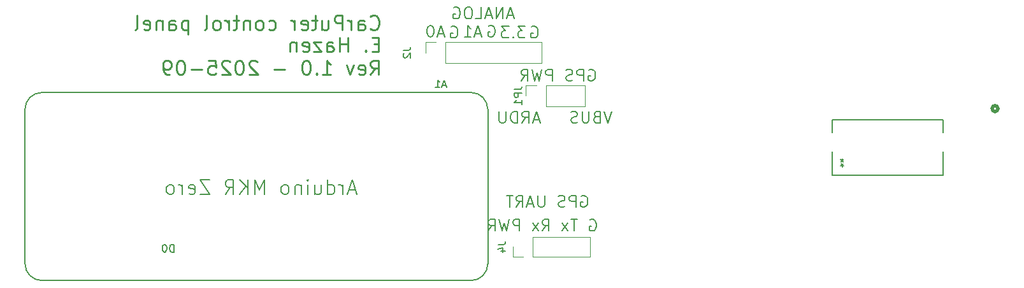
<source format=gbr>
%TF.GenerationSoftware,KiCad,Pcbnew,9.0.4-9.0.4-0~ubuntu24.04.1*%
%TF.CreationDate,2025-09-19T08:06:19-04:00*%
%TF.ProjectId,car-control,6361722d-636f-46e7-9472-6f6c2e6b6963,rev?*%
%TF.SameCoordinates,Original*%
%TF.FileFunction,Legend,Bot*%
%TF.FilePolarity,Positive*%
%FSLAX46Y46*%
G04 Gerber Fmt 4.6, Leading zero omitted, Abs format (unit mm)*
G04 Created by KiCad (PCBNEW 9.0.4-9.0.4-0~ubuntu24.04.1) date 2025-09-19 08:06:19*
%MOMM*%
%LPD*%
G01*
G04 APERTURE LIST*
%ADD10C,0.152400*%
%ADD11C,0.254000*%
%ADD12C,0.203200*%
%ADD13C,0.150000*%
%ADD14C,0.120000*%
%ADD15C,0.508000*%
G04 APERTURE END LIST*
D10*
X189365594Y-78110137D02*
X189510737Y-78037566D01*
X189510737Y-78037566D02*
X189728451Y-78037566D01*
X189728451Y-78037566D02*
X189946165Y-78110137D01*
X189946165Y-78110137D02*
X190091308Y-78255280D01*
X190091308Y-78255280D02*
X190163879Y-78400423D01*
X190163879Y-78400423D02*
X190236451Y-78690709D01*
X190236451Y-78690709D02*
X190236451Y-78908423D01*
X190236451Y-78908423D02*
X190163879Y-79198709D01*
X190163879Y-79198709D02*
X190091308Y-79343852D01*
X190091308Y-79343852D02*
X189946165Y-79488995D01*
X189946165Y-79488995D02*
X189728451Y-79561566D01*
X189728451Y-79561566D02*
X189583308Y-79561566D01*
X189583308Y-79561566D02*
X189365594Y-79488995D01*
X189365594Y-79488995D02*
X189293022Y-79416423D01*
X189293022Y-79416423D02*
X189293022Y-78908423D01*
X189293022Y-78908423D02*
X189583308Y-78908423D01*
X187696451Y-78037566D02*
X186825594Y-78037566D01*
X187261022Y-79561566D02*
X187261022Y-78037566D01*
X186462736Y-79561566D02*
X185664451Y-78545566D01*
X186462736Y-78545566D02*
X185664451Y-79561566D01*
X183051879Y-79561566D02*
X183559879Y-78835852D01*
X183922736Y-79561566D02*
X183922736Y-78037566D01*
X183922736Y-78037566D02*
X183342165Y-78037566D01*
X183342165Y-78037566D02*
X183197022Y-78110137D01*
X183197022Y-78110137D02*
X183124451Y-78182709D01*
X183124451Y-78182709D02*
X183051879Y-78327852D01*
X183051879Y-78327852D02*
X183051879Y-78545566D01*
X183051879Y-78545566D02*
X183124451Y-78690709D01*
X183124451Y-78690709D02*
X183197022Y-78763280D01*
X183197022Y-78763280D02*
X183342165Y-78835852D01*
X183342165Y-78835852D02*
X183922736Y-78835852D01*
X182543879Y-79561566D02*
X181745594Y-78545566D01*
X182543879Y-78545566D02*
X181745594Y-79561566D01*
X180003879Y-79561566D02*
X180003879Y-78037566D01*
X180003879Y-78037566D02*
X179423308Y-78037566D01*
X179423308Y-78037566D02*
X179278165Y-78110137D01*
X179278165Y-78110137D02*
X179205594Y-78182709D01*
X179205594Y-78182709D02*
X179133022Y-78327852D01*
X179133022Y-78327852D02*
X179133022Y-78545566D01*
X179133022Y-78545566D02*
X179205594Y-78690709D01*
X179205594Y-78690709D02*
X179278165Y-78763280D01*
X179278165Y-78763280D02*
X179423308Y-78835852D01*
X179423308Y-78835852D02*
X180003879Y-78835852D01*
X178625022Y-78037566D02*
X178262165Y-79561566D01*
X178262165Y-79561566D02*
X177971879Y-78472995D01*
X177971879Y-78472995D02*
X177681594Y-79561566D01*
X177681594Y-79561566D02*
X177318737Y-78037566D01*
X175867308Y-79561566D02*
X176375308Y-78835852D01*
X176738165Y-79561566D02*
X176738165Y-78037566D01*
X176738165Y-78037566D02*
X176157594Y-78037566D01*
X176157594Y-78037566D02*
X176012451Y-78110137D01*
X176012451Y-78110137D02*
X175939880Y-78182709D01*
X175939880Y-78182709D02*
X175867308Y-78327852D01*
X175867308Y-78327852D02*
X175867308Y-78545566D01*
X175867308Y-78545566D02*
X175939880Y-78690709D01*
X175939880Y-78690709D02*
X176012451Y-78763280D01*
X176012451Y-78763280D02*
X176157594Y-78835852D01*
X176157594Y-78835852D02*
X176738165Y-78835852D01*
X188222594Y-74935137D02*
X188367737Y-74862566D01*
X188367737Y-74862566D02*
X188585451Y-74862566D01*
X188585451Y-74862566D02*
X188803165Y-74935137D01*
X188803165Y-74935137D02*
X188948308Y-75080280D01*
X188948308Y-75080280D02*
X189020879Y-75225423D01*
X189020879Y-75225423D02*
X189093451Y-75515709D01*
X189093451Y-75515709D02*
X189093451Y-75733423D01*
X189093451Y-75733423D02*
X189020879Y-76023709D01*
X189020879Y-76023709D02*
X188948308Y-76168852D01*
X188948308Y-76168852D02*
X188803165Y-76313995D01*
X188803165Y-76313995D02*
X188585451Y-76386566D01*
X188585451Y-76386566D02*
X188440308Y-76386566D01*
X188440308Y-76386566D02*
X188222594Y-76313995D01*
X188222594Y-76313995D02*
X188150022Y-76241423D01*
X188150022Y-76241423D02*
X188150022Y-75733423D01*
X188150022Y-75733423D02*
X188440308Y-75733423D01*
X187496879Y-76386566D02*
X187496879Y-74862566D01*
X187496879Y-74862566D02*
X186916308Y-74862566D01*
X186916308Y-74862566D02*
X186771165Y-74935137D01*
X186771165Y-74935137D02*
X186698594Y-75007709D01*
X186698594Y-75007709D02*
X186626022Y-75152852D01*
X186626022Y-75152852D02*
X186626022Y-75370566D01*
X186626022Y-75370566D02*
X186698594Y-75515709D01*
X186698594Y-75515709D02*
X186771165Y-75588280D01*
X186771165Y-75588280D02*
X186916308Y-75660852D01*
X186916308Y-75660852D02*
X187496879Y-75660852D01*
X186045451Y-76313995D02*
X185827737Y-76386566D01*
X185827737Y-76386566D02*
X185464879Y-76386566D01*
X185464879Y-76386566D02*
X185319737Y-76313995D01*
X185319737Y-76313995D02*
X185247165Y-76241423D01*
X185247165Y-76241423D02*
X185174594Y-76096280D01*
X185174594Y-76096280D02*
X185174594Y-75951137D01*
X185174594Y-75951137D02*
X185247165Y-75805995D01*
X185247165Y-75805995D02*
X185319737Y-75733423D01*
X185319737Y-75733423D02*
X185464879Y-75660852D01*
X185464879Y-75660852D02*
X185755165Y-75588280D01*
X185755165Y-75588280D02*
X185900308Y-75515709D01*
X185900308Y-75515709D02*
X185972879Y-75443137D01*
X185972879Y-75443137D02*
X186045451Y-75297995D01*
X186045451Y-75297995D02*
X186045451Y-75152852D01*
X186045451Y-75152852D02*
X185972879Y-75007709D01*
X185972879Y-75007709D02*
X185900308Y-74935137D01*
X185900308Y-74935137D02*
X185755165Y-74862566D01*
X185755165Y-74862566D02*
X185392308Y-74862566D01*
X185392308Y-74862566D02*
X185174594Y-74935137D01*
X183360307Y-74862566D02*
X183360307Y-76096280D01*
X183360307Y-76096280D02*
X183287736Y-76241423D01*
X183287736Y-76241423D02*
X183215165Y-76313995D01*
X183215165Y-76313995D02*
X183070022Y-76386566D01*
X183070022Y-76386566D02*
X182779736Y-76386566D01*
X182779736Y-76386566D02*
X182634593Y-76313995D01*
X182634593Y-76313995D02*
X182562022Y-76241423D01*
X182562022Y-76241423D02*
X182489450Y-76096280D01*
X182489450Y-76096280D02*
X182489450Y-74862566D01*
X181836308Y-75951137D02*
X181110594Y-75951137D01*
X181981451Y-76386566D02*
X181473451Y-74862566D01*
X181473451Y-74862566D02*
X180965451Y-76386566D01*
X179586593Y-76386566D02*
X180094593Y-75660852D01*
X180457450Y-76386566D02*
X180457450Y-74862566D01*
X180457450Y-74862566D02*
X179876879Y-74862566D01*
X179876879Y-74862566D02*
X179731736Y-74935137D01*
X179731736Y-74935137D02*
X179659165Y-75007709D01*
X179659165Y-75007709D02*
X179586593Y-75152852D01*
X179586593Y-75152852D02*
X179586593Y-75370566D01*
X179586593Y-75370566D02*
X179659165Y-75515709D01*
X179659165Y-75515709D02*
X179731736Y-75588280D01*
X179731736Y-75588280D02*
X179876879Y-75660852D01*
X179876879Y-75660852D02*
X180457450Y-75660852D01*
X179151165Y-74862566D02*
X178280308Y-74862566D01*
X178715736Y-76386566D02*
X178715736Y-74862566D01*
X189238594Y-58171137D02*
X189383737Y-58098566D01*
X189383737Y-58098566D02*
X189601451Y-58098566D01*
X189601451Y-58098566D02*
X189819165Y-58171137D01*
X189819165Y-58171137D02*
X189964308Y-58316280D01*
X189964308Y-58316280D02*
X190036879Y-58461423D01*
X190036879Y-58461423D02*
X190109451Y-58751709D01*
X190109451Y-58751709D02*
X190109451Y-58969423D01*
X190109451Y-58969423D02*
X190036879Y-59259709D01*
X190036879Y-59259709D02*
X189964308Y-59404852D01*
X189964308Y-59404852D02*
X189819165Y-59549995D01*
X189819165Y-59549995D02*
X189601451Y-59622566D01*
X189601451Y-59622566D02*
X189456308Y-59622566D01*
X189456308Y-59622566D02*
X189238594Y-59549995D01*
X189238594Y-59549995D02*
X189166022Y-59477423D01*
X189166022Y-59477423D02*
X189166022Y-58969423D01*
X189166022Y-58969423D02*
X189456308Y-58969423D01*
X188512879Y-59622566D02*
X188512879Y-58098566D01*
X188512879Y-58098566D02*
X187932308Y-58098566D01*
X187932308Y-58098566D02*
X187787165Y-58171137D01*
X187787165Y-58171137D02*
X187714594Y-58243709D01*
X187714594Y-58243709D02*
X187642022Y-58388852D01*
X187642022Y-58388852D02*
X187642022Y-58606566D01*
X187642022Y-58606566D02*
X187714594Y-58751709D01*
X187714594Y-58751709D02*
X187787165Y-58824280D01*
X187787165Y-58824280D02*
X187932308Y-58896852D01*
X187932308Y-58896852D02*
X188512879Y-58896852D01*
X187061451Y-59549995D02*
X186843737Y-59622566D01*
X186843737Y-59622566D02*
X186480879Y-59622566D01*
X186480879Y-59622566D02*
X186335737Y-59549995D01*
X186335737Y-59549995D02*
X186263165Y-59477423D01*
X186263165Y-59477423D02*
X186190594Y-59332280D01*
X186190594Y-59332280D02*
X186190594Y-59187137D01*
X186190594Y-59187137D02*
X186263165Y-59041995D01*
X186263165Y-59041995D02*
X186335737Y-58969423D01*
X186335737Y-58969423D02*
X186480879Y-58896852D01*
X186480879Y-58896852D02*
X186771165Y-58824280D01*
X186771165Y-58824280D02*
X186916308Y-58751709D01*
X186916308Y-58751709D02*
X186988879Y-58679137D01*
X186988879Y-58679137D02*
X187061451Y-58533995D01*
X187061451Y-58533995D02*
X187061451Y-58388852D01*
X187061451Y-58388852D02*
X186988879Y-58243709D01*
X186988879Y-58243709D02*
X186916308Y-58171137D01*
X186916308Y-58171137D02*
X186771165Y-58098566D01*
X186771165Y-58098566D02*
X186408308Y-58098566D01*
X186408308Y-58098566D02*
X186190594Y-58171137D01*
X184376307Y-59622566D02*
X184376307Y-58098566D01*
X184376307Y-58098566D02*
X183795736Y-58098566D01*
X183795736Y-58098566D02*
X183650593Y-58171137D01*
X183650593Y-58171137D02*
X183578022Y-58243709D01*
X183578022Y-58243709D02*
X183505450Y-58388852D01*
X183505450Y-58388852D02*
X183505450Y-58606566D01*
X183505450Y-58606566D02*
X183578022Y-58751709D01*
X183578022Y-58751709D02*
X183650593Y-58824280D01*
X183650593Y-58824280D02*
X183795736Y-58896852D01*
X183795736Y-58896852D02*
X184376307Y-58896852D01*
X182997450Y-58098566D02*
X182634593Y-59622566D01*
X182634593Y-59622566D02*
X182344307Y-58533995D01*
X182344307Y-58533995D02*
X182054022Y-59622566D01*
X182054022Y-59622566D02*
X181691165Y-58098566D01*
X180239736Y-59622566D02*
X180747736Y-58896852D01*
X181110593Y-59622566D02*
X181110593Y-58098566D01*
X181110593Y-58098566D02*
X180530022Y-58098566D01*
X180530022Y-58098566D02*
X180384879Y-58171137D01*
X180384879Y-58171137D02*
X180312308Y-58243709D01*
X180312308Y-58243709D02*
X180239736Y-58388852D01*
X180239736Y-58388852D02*
X180239736Y-58606566D01*
X180239736Y-58606566D02*
X180312308Y-58751709D01*
X180312308Y-58751709D02*
X180384879Y-58824280D01*
X180384879Y-58824280D02*
X180530022Y-58896852D01*
X180530022Y-58896852D02*
X181110593Y-58896852D01*
X182616451Y-64775137D02*
X181890737Y-64775137D01*
X182761594Y-65210566D02*
X182253594Y-63686566D01*
X182253594Y-63686566D02*
X181745594Y-65210566D01*
X180366736Y-65210566D02*
X180874736Y-64484852D01*
X181237593Y-65210566D02*
X181237593Y-63686566D01*
X181237593Y-63686566D02*
X180657022Y-63686566D01*
X180657022Y-63686566D02*
X180511879Y-63759137D01*
X180511879Y-63759137D02*
X180439308Y-63831709D01*
X180439308Y-63831709D02*
X180366736Y-63976852D01*
X180366736Y-63976852D02*
X180366736Y-64194566D01*
X180366736Y-64194566D02*
X180439308Y-64339709D01*
X180439308Y-64339709D02*
X180511879Y-64412280D01*
X180511879Y-64412280D02*
X180657022Y-64484852D01*
X180657022Y-64484852D02*
X181237593Y-64484852D01*
X179713593Y-65210566D02*
X179713593Y-63686566D01*
X179713593Y-63686566D02*
X179350736Y-63686566D01*
X179350736Y-63686566D02*
X179133022Y-63759137D01*
X179133022Y-63759137D02*
X178987879Y-63904280D01*
X178987879Y-63904280D02*
X178915308Y-64049423D01*
X178915308Y-64049423D02*
X178842736Y-64339709D01*
X178842736Y-64339709D02*
X178842736Y-64557423D01*
X178842736Y-64557423D02*
X178915308Y-64847709D01*
X178915308Y-64847709D02*
X178987879Y-64992852D01*
X178987879Y-64992852D02*
X179133022Y-65137995D01*
X179133022Y-65137995D02*
X179350736Y-65210566D01*
X179350736Y-65210566D02*
X179713593Y-65210566D01*
X178189593Y-63686566D02*
X178189593Y-64920280D01*
X178189593Y-64920280D02*
X178117022Y-65065423D01*
X178117022Y-65065423D02*
X178044451Y-65137995D01*
X178044451Y-65137995D02*
X177899308Y-65210566D01*
X177899308Y-65210566D02*
X177609022Y-65210566D01*
X177609022Y-65210566D02*
X177463879Y-65137995D01*
X177463879Y-65137995D02*
X177391308Y-65065423D01*
X177391308Y-65065423D02*
X177318736Y-64920280D01*
X177318736Y-64920280D02*
X177318736Y-63686566D01*
X192286594Y-63686566D02*
X191778594Y-65210566D01*
X191778594Y-65210566D02*
X191270594Y-63686566D01*
X190254593Y-64412280D02*
X190036879Y-64484852D01*
X190036879Y-64484852D02*
X189964308Y-64557423D01*
X189964308Y-64557423D02*
X189891736Y-64702566D01*
X189891736Y-64702566D02*
X189891736Y-64920280D01*
X189891736Y-64920280D02*
X189964308Y-65065423D01*
X189964308Y-65065423D02*
X190036879Y-65137995D01*
X190036879Y-65137995D02*
X190182022Y-65210566D01*
X190182022Y-65210566D02*
X190762593Y-65210566D01*
X190762593Y-65210566D02*
X190762593Y-63686566D01*
X190762593Y-63686566D02*
X190254593Y-63686566D01*
X190254593Y-63686566D02*
X190109451Y-63759137D01*
X190109451Y-63759137D02*
X190036879Y-63831709D01*
X190036879Y-63831709D02*
X189964308Y-63976852D01*
X189964308Y-63976852D02*
X189964308Y-64121995D01*
X189964308Y-64121995D02*
X190036879Y-64267137D01*
X190036879Y-64267137D02*
X190109451Y-64339709D01*
X190109451Y-64339709D02*
X190254593Y-64412280D01*
X190254593Y-64412280D02*
X190762593Y-64412280D01*
X189238593Y-63686566D02*
X189238593Y-64920280D01*
X189238593Y-64920280D02*
X189166022Y-65065423D01*
X189166022Y-65065423D02*
X189093451Y-65137995D01*
X189093451Y-65137995D02*
X188948308Y-65210566D01*
X188948308Y-65210566D02*
X188658022Y-65210566D01*
X188658022Y-65210566D02*
X188512879Y-65137995D01*
X188512879Y-65137995D02*
X188440308Y-65065423D01*
X188440308Y-65065423D02*
X188367736Y-64920280D01*
X188367736Y-64920280D02*
X188367736Y-63686566D01*
X187714594Y-65137995D02*
X187496880Y-65210566D01*
X187496880Y-65210566D02*
X187134022Y-65210566D01*
X187134022Y-65210566D02*
X186988880Y-65137995D01*
X186988880Y-65137995D02*
X186916308Y-65065423D01*
X186916308Y-65065423D02*
X186843737Y-64920280D01*
X186843737Y-64920280D02*
X186843737Y-64775137D01*
X186843737Y-64775137D02*
X186916308Y-64629995D01*
X186916308Y-64629995D02*
X186988880Y-64557423D01*
X186988880Y-64557423D02*
X187134022Y-64484852D01*
X187134022Y-64484852D02*
X187424308Y-64412280D01*
X187424308Y-64412280D02*
X187569451Y-64339709D01*
X187569451Y-64339709D02*
X187642022Y-64267137D01*
X187642022Y-64267137D02*
X187714594Y-64121995D01*
X187714594Y-64121995D02*
X187714594Y-63976852D01*
X187714594Y-63976852D02*
X187642022Y-63831709D01*
X187642022Y-63831709D02*
X187569451Y-63759137D01*
X187569451Y-63759137D02*
X187424308Y-63686566D01*
X187424308Y-63686566D02*
X187061451Y-63686566D01*
X187061451Y-63686566D02*
X186843737Y-63759137D01*
X181618594Y-52456137D02*
X181763737Y-52383566D01*
X181763737Y-52383566D02*
X181981451Y-52383566D01*
X181981451Y-52383566D02*
X182199165Y-52456137D01*
X182199165Y-52456137D02*
X182344308Y-52601280D01*
X182344308Y-52601280D02*
X182416879Y-52746423D01*
X182416879Y-52746423D02*
X182489451Y-53036709D01*
X182489451Y-53036709D02*
X182489451Y-53254423D01*
X182489451Y-53254423D02*
X182416879Y-53544709D01*
X182416879Y-53544709D02*
X182344308Y-53689852D01*
X182344308Y-53689852D02*
X182199165Y-53834995D01*
X182199165Y-53834995D02*
X181981451Y-53907566D01*
X181981451Y-53907566D02*
X181836308Y-53907566D01*
X181836308Y-53907566D02*
X181618594Y-53834995D01*
X181618594Y-53834995D02*
X181546022Y-53762423D01*
X181546022Y-53762423D02*
X181546022Y-53254423D01*
X181546022Y-53254423D02*
X181836308Y-53254423D01*
X175903594Y-52329137D02*
X176048737Y-52256566D01*
X176048737Y-52256566D02*
X176266451Y-52256566D01*
X176266451Y-52256566D02*
X176484165Y-52329137D01*
X176484165Y-52329137D02*
X176629308Y-52474280D01*
X176629308Y-52474280D02*
X176701879Y-52619423D01*
X176701879Y-52619423D02*
X176774451Y-52909709D01*
X176774451Y-52909709D02*
X176774451Y-53127423D01*
X176774451Y-53127423D02*
X176701879Y-53417709D01*
X176701879Y-53417709D02*
X176629308Y-53562852D01*
X176629308Y-53562852D02*
X176484165Y-53707995D01*
X176484165Y-53707995D02*
X176266451Y-53780566D01*
X176266451Y-53780566D02*
X176121308Y-53780566D01*
X176121308Y-53780566D02*
X175903594Y-53707995D01*
X175903594Y-53707995D02*
X175831022Y-53635423D01*
X175831022Y-53635423D02*
X175831022Y-53127423D01*
X175831022Y-53127423D02*
X176121308Y-53127423D01*
X170950594Y-52456137D02*
X171095737Y-52383566D01*
X171095737Y-52383566D02*
X171313451Y-52383566D01*
X171313451Y-52383566D02*
X171531165Y-52456137D01*
X171531165Y-52456137D02*
X171676308Y-52601280D01*
X171676308Y-52601280D02*
X171748879Y-52746423D01*
X171748879Y-52746423D02*
X171821451Y-53036709D01*
X171821451Y-53036709D02*
X171821451Y-53254423D01*
X171821451Y-53254423D02*
X171748879Y-53544709D01*
X171748879Y-53544709D02*
X171676308Y-53689852D01*
X171676308Y-53689852D02*
X171531165Y-53834995D01*
X171531165Y-53834995D02*
X171313451Y-53907566D01*
X171313451Y-53907566D02*
X171168308Y-53907566D01*
X171168308Y-53907566D02*
X170950594Y-53834995D01*
X170950594Y-53834995D02*
X170878022Y-53762423D01*
X170878022Y-53762423D02*
X170878022Y-53254423D01*
X170878022Y-53254423D02*
X171168308Y-53254423D01*
X180784022Y-52383566D02*
X179840594Y-52383566D01*
X179840594Y-52383566D02*
X180348594Y-52964137D01*
X180348594Y-52964137D02*
X180130879Y-52964137D01*
X180130879Y-52964137D02*
X179985737Y-53036709D01*
X179985737Y-53036709D02*
X179913165Y-53109280D01*
X179913165Y-53109280D02*
X179840594Y-53254423D01*
X179840594Y-53254423D02*
X179840594Y-53617280D01*
X179840594Y-53617280D02*
X179913165Y-53762423D01*
X179913165Y-53762423D02*
X179985737Y-53834995D01*
X179985737Y-53834995D02*
X180130879Y-53907566D01*
X180130879Y-53907566D02*
X180566308Y-53907566D01*
X180566308Y-53907566D02*
X180711451Y-53834995D01*
X180711451Y-53834995D02*
X180784022Y-53762423D01*
X179187450Y-53762423D02*
X179114879Y-53834995D01*
X179114879Y-53834995D02*
X179187450Y-53907566D01*
X179187450Y-53907566D02*
X179260022Y-53834995D01*
X179260022Y-53834995D02*
X179187450Y-53762423D01*
X179187450Y-53762423D02*
X179187450Y-53907566D01*
X178606879Y-52383566D02*
X177663451Y-52383566D01*
X177663451Y-52383566D02*
X178171451Y-52964137D01*
X178171451Y-52964137D02*
X177953736Y-52964137D01*
X177953736Y-52964137D02*
X177808594Y-53036709D01*
X177808594Y-53036709D02*
X177736022Y-53109280D01*
X177736022Y-53109280D02*
X177663451Y-53254423D01*
X177663451Y-53254423D02*
X177663451Y-53617280D01*
X177663451Y-53617280D02*
X177736022Y-53762423D01*
X177736022Y-53762423D02*
X177808594Y-53834995D01*
X177808594Y-53834995D02*
X177953736Y-53907566D01*
X177953736Y-53907566D02*
X178389165Y-53907566D01*
X178389165Y-53907566D02*
X178534308Y-53834995D01*
X178534308Y-53834995D02*
X178606879Y-53762423D01*
X174869451Y-53345137D02*
X174143737Y-53345137D01*
X175014594Y-53780566D02*
X174506594Y-52256566D01*
X174506594Y-52256566D02*
X173998594Y-53780566D01*
X172692308Y-53780566D02*
X173563165Y-53780566D01*
X173127736Y-53780566D02*
X173127736Y-52256566D01*
X173127736Y-52256566D02*
X173272879Y-52474280D01*
X173272879Y-52474280D02*
X173418022Y-52619423D01*
X173418022Y-52619423D02*
X173563165Y-52691995D01*
X169916451Y-53345137D02*
X169190737Y-53345137D01*
X170061594Y-53780566D02*
X169553594Y-52256566D01*
X169553594Y-52256566D02*
X169045594Y-53780566D01*
X168247308Y-52256566D02*
X168102165Y-52256566D01*
X168102165Y-52256566D02*
X167957022Y-52329137D01*
X167957022Y-52329137D02*
X167884451Y-52401709D01*
X167884451Y-52401709D02*
X167811879Y-52546852D01*
X167811879Y-52546852D02*
X167739308Y-52837137D01*
X167739308Y-52837137D02*
X167739308Y-53199995D01*
X167739308Y-53199995D02*
X167811879Y-53490280D01*
X167811879Y-53490280D02*
X167884451Y-53635423D01*
X167884451Y-53635423D02*
X167957022Y-53707995D01*
X167957022Y-53707995D02*
X168102165Y-53780566D01*
X168102165Y-53780566D02*
X168247308Y-53780566D01*
X168247308Y-53780566D02*
X168392451Y-53707995D01*
X168392451Y-53707995D02*
X168465022Y-53635423D01*
X168465022Y-53635423D02*
X168537593Y-53490280D01*
X168537593Y-53490280D02*
X168610165Y-53199995D01*
X168610165Y-53199995D02*
X168610165Y-52837137D01*
X168610165Y-52837137D02*
X168537593Y-52546852D01*
X168537593Y-52546852D02*
X168465022Y-52401709D01*
X168465022Y-52401709D02*
X168392451Y-52329137D01*
X168392451Y-52329137D02*
X168247308Y-52256566D01*
X179187451Y-50932137D02*
X178461737Y-50932137D01*
X179332594Y-51367566D02*
X178824594Y-49843566D01*
X178824594Y-49843566D02*
X178316594Y-51367566D01*
X177808593Y-51367566D02*
X177808593Y-49843566D01*
X177808593Y-49843566D02*
X176937736Y-51367566D01*
X176937736Y-51367566D02*
X176937736Y-49843566D01*
X176284594Y-50932137D02*
X175558880Y-50932137D01*
X176429737Y-51367566D02*
X175921737Y-49843566D01*
X175921737Y-49843566D02*
X175413737Y-51367566D01*
X174180022Y-51367566D02*
X174905736Y-51367566D01*
X174905736Y-51367566D02*
X174905736Y-49843566D01*
X173381737Y-49843566D02*
X173091451Y-49843566D01*
X173091451Y-49843566D02*
X172946308Y-49916137D01*
X172946308Y-49916137D02*
X172801165Y-50061280D01*
X172801165Y-50061280D02*
X172728594Y-50351566D01*
X172728594Y-50351566D02*
X172728594Y-50859566D01*
X172728594Y-50859566D02*
X172801165Y-51149852D01*
X172801165Y-51149852D02*
X172946308Y-51294995D01*
X172946308Y-51294995D02*
X173091451Y-51367566D01*
X173091451Y-51367566D02*
X173381737Y-51367566D01*
X173381737Y-51367566D02*
X173526880Y-51294995D01*
X173526880Y-51294995D02*
X173672022Y-51149852D01*
X173672022Y-51149852D02*
X173744594Y-50859566D01*
X173744594Y-50859566D02*
X173744594Y-50351566D01*
X173744594Y-50351566D02*
X173672022Y-50061280D01*
X173672022Y-50061280D02*
X173526880Y-49916137D01*
X173526880Y-49916137D02*
X173381737Y-49843566D01*
X171277166Y-49916137D02*
X171422309Y-49843566D01*
X171422309Y-49843566D02*
X171640023Y-49843566D01*
X171640023Y-49843566D02*
X171857737Y-49916137D01*
X171857737Y-49916137D02*
X172002880Y-50061280D01*
X172002880Y-50061280D02*
X172075451Y-50206423D01*
X172075451Y-50206423D02*
X172148023Y-50496709D01*
X172148023Y-50496709D02*
X172148023Y-50714423D01*
X172148023Y-50714423D02*
X172075451Y-51004709D01*
X172075451Y-51004709D02*
X172002880Y-51149852D01*
X172002880Y-51149852D02*
X171857737Y-51294995D01*
X171857737Y-51294995D02*
X171640023Y-51367566D01*
X171640023Y-51367566D02*
X171494880Y-51367566D01*
X171494880Y-51367566D02*
X171277166Y-51294995D01*
X171277166Y-51294995D02*
X171204594Y-51222423D01*
X171204594Y-51222423D02*
X171204594Y-50714423D01*
X171204594Y-50714423D02*
X171494880Y-50714423D01*
D11*
X161304323Y-54743856D02*
X160669323Y-54743856D01*
X160397180Y-55741713D02*
X161304323Y-55741713D01*
X161304323Y-55741713D02*
X161304323Y-53836713D01*
X161304323Y-53836713D02*
X160397180Y-53836713D01*
X159580752Y-55560284D02*
X159490038Y-55650999D01*
X159490038Y-55650999D02*
X159580752Y-55741713D01*
X159580752Y-55741713D02*
X159671466Y-55650999D01*
X159671466Y-55650999D02*
X159580752Y-55560284D01*
X159580752Y-55560284D02*
X159580752Y-55741713D01*
X157222180Y-55741713D02*
X157222180Y-53836713D01*
X157222180Y-54743856D02*
X156133609Y-54743856D01*
X156133609Y-55741713D02*
X156133609Y-53836713D01*
X154410038Y-55741713D02*
X154410038Y-54743856D01*
X154410038Y-54743856D02*
X154500752Y-54562427D01*
X154500752Y-54562427D02*
X154682180Y-54471713D01*
X154682180Y-54471713D02*
X155045038Y-54471713D01*
X155045038Y-54471713D02*
X155226466Y-54562427D01*
X154410038Y-55650999D02*
X154591466Y-55741713D01*
X154591466Y-55741713D02*
X155045038Y-55741713D01*
X155045038Y-55741713D02*
X155226466Y-55650999D01*
X155226466Y-55650999D02*
X155317180Y-55469570D01*
X155317180Y-55469570D02*
X155317180Y-55288141D01*
X155317180Y-55288141D02*
X155226466Y-55106713D01*
X155226466Y-55106713D02*
X155045038Y-55015999D01*
X155045038Y-55015999D02*
X154591466Y-55015999D01*
X154591466Y-55015999D02*
X154410038Y-54925284D01*
X153684324Y-54471713D02*
X152686467Y-54471713D01*
X152686467Y-54471713D02*
X153684324Y-55741713D01*
X153684324Y-55741713D02*
X152686467Y-55741713D01*
X151235038Y-55650999D02*
X151416466Y-55741713D01*
X151416466Y-55741713D02*
X151779324Y-55741713D01*
X151779324Y-55741713D02*
X151960752Y-55650999D01*
X151960752Y-55650999D02*
X152051466Y-55469570D01*
X152051466Y-55469570D02*
X152051466Y-54743856D01*
X152051466Y-54743856D02*
X151960752Y-54562427D01*
X151960752Y-54562427D02*
X151779324Y-54471713D01*
X151779324Y-54471713D02*
X151416466Y-54471713D01*
X151416466Y-54471713D02*
X151235038Y-54562427D01*
X151235038Y-54562427D02*
X151144324Y-54743856D01*
X151144324Y-54743856D02*
X151144324Y-54925284D01*
X151144324Y-54925284D02*
X152051466Y-55106713D01*
X150327895Y-54471713D02*
X150327895Y-55741713D01*
X150327895Y-54653141D02*
X150237181Y-54562427D01*
X150237181Y-54562427D02*
X150055752Y-54471713D01*
X150055752Y-54471713D02*
X149783609Y-54471713D01*
X149783609Y-54471713D02*
X149602181Y-54562427D01*
X149602181Y-54562427D02*
X149511467Y-54743856D01*
X149511467Y-54743856D02*
X149511467Y-55741713D01*
X160215752Y-58808656D02*
X160850752Y-57901513D01*
X161304323Y-58808656D02*
X161304323Y-56903656D01*
X161304323Y-56903656D02*
X160578609Y-56903656D01*
X160578609Y-56903656D02*
X160397180Y-56994370D01*
X160397180Y-56994370D02*
X160306466Y-57085084D01*
X160306466Y-57085084D02*
X160215752Y-57266513D01*
X160215752Y-57266513D02*
X160215752Y-57538656D01*
X160215752Y-57538656D02*
X160306466Y-57720084D01*
X160306466Y-57720084D02*
X160397180Y-57810799D01*
X160397180Y-57810799D02*
X160578609Y-57901513D01*
X160578609Y-57901513D02*
X161304323Y-57901513D01*
X158673609Y-58717942D02*
X158855037Y-58808656D01*
X158855037Y-58808656D02*
X159217895Y-58808656D01*
X159217895Y-58808656D02*
X159399323Y-58717942D01*
X159399323Y-58717942D02*
X159490037Y-58536513D01*
X159490037Y-58536513D02*
X159490037Y-57810799D01*
X159490037Y-57810799D02*
X159399323Y-57629370D01*
X159399323Y-57629370D02*
X159217895Y-57538656D01*
X159217895Y-57538656D02*
X158855037Y-57538656D01*
X158855037Y-57538656D02*
X158673609Y-57629370D01*
X158673609Y-57629370D02*
X158582895Y-57810799D01*
X158582895Y-57810799D02*
X158582895Y-57992227D01*
X158582895Y-57992227D02*
X159490037Y-58173656D01*
X157947895Y-57538656D02*
X157494323Y-58808656D01*
X157494323Y-58808656D02*
X157040752Y-57538656D01*
X153865751Y-58808656D02*
X154954322Y-58808656D01*
X154410037Y-58808656D02*
X154410037Y-56903656D01*
X154410037Y-56903656D02*
X154591465Y-57175799D01*
X154591465Y-57175799D02*
X154772894Y-57357227D01*
X154772894Y-57357227D02*
X154954322Y-57447942D01*
X153049322Y-58627227D02*
X152958608Y-58717942D01*
X152958608Y-58717942D02*
X153049322Y-58808656D01*
X153049322Y-58808656D02*
X153140036Y-58717942D01*
X153140036Y-58717942D02*
X153049322Y-58627227D01*
X153049322Y-58627227D02*
X153049322Y-58808656D01*
X151779322Y-56903656D02*
X151597893Y-56903656D01*
X151597893Y-56903656D02*
X151416465Y-56994370D01*
X151416465Y-56994370D02*
X151325751Y-57085084D01*
X151325751Y-57085084D02*
X151235036Y-57266513D01*
X151235036Y-57266513D02*
X151144322Y-57629370D01*
X151144322Y-57629370D02*
X151144322Y-58082942D01*
X151144322Y-58082942D02*
X151235036Y-58445799D01*
X151235036Y-58445799D02*
X151325751Y-58627227D01*
X151325751Y-58627227D02*
X151416465Y-58717942D01*
X151416465Y-58717942D02*
X151597893Y-58808656D01*
X151597893Y-58808656D02*
X151779322Y-58808656D01*
X151779322Y-58808656D02*
X151960751Y-58717942D01*
X151960751Y-58717942D02*
X152051465Y-58627227D01*
X152051465Y-58627227D02*
X152142179Y-58445799D01*
X152142179Y-58445799D02*
X152232893Y-58082942D01*
X152232893Y-58082942D02*
X152232893Y-57629370D01*
X152232893Y-57629370D02*
X152142179Y-57266513D01*
X152142179Y-57266513D02*
X152051465Y-57085084D01*
X152051465Y-57085084D02*
X151960751Y-56994370D01*
X151960751Y-56994370D02*
X151779322Y-56903656D01*
X148876464Y-58082942D02*
X147425036Y-58082942D01*
X145157178Y-57085084D02*
X145066464Y-56994370D01*
X145066464Y-56994370D02*
X144885036Y-56903656D01*
X144885036Y-56903656D02*
X144431464Y-56903656D01*
X144431464Y-56903656D02*
X144250036Y-56994370D01*
X144250036Y-56994370D02*
X144159321Y-57085084D01*
X144159321Y-57085084D02*
X144068607Y-57266513D01*
X144068607Y-57266513D02*
X144068607Y-57447942D01*
X144068607Y-57447942D02*
X144159321Y-57720084D01*
X144159321Y-57720084D02*
X145247893Y-58808656D01*
X145247893Y-58808656D02*
X144068607Y-58808656D01*
X142889321Y-56903656D02*
X142707892Y-56903656D01*
X142707892Y-56903656D02*
X142526464Y-56994370D01*
X142526464Y-56994370D02*
X142435750Y-57085084D01*
X142435750Y-57085084D02*
X142345035Y-57266513D01*
X142345035Y-57266513D02*
X142254321Y-57629370D01*
X142254321Y-57629370D02*
X142254321Y-58082942D01*
X142254321Y-58082942D02*
X142345035Y-58445799D01*
X142345035Y-58445799D02*
X142435750Y-58627227D01*
X142435750Y-58627227D02*
X142526464Y-58717942D01*
X142526464Y-58717942D02*
X142707892Y-58808656D01*
X142707892Y-58808656D02*
X142889321Y-58808656D01*
X142889321Y-58808656D02*
X143070750Y-58717942D01*
X143070750Y-58717942D02*
X143161464Y-58627227D01*
X143161464Y-58627227D02*
X143252178Y-58445799D01*
X143252178Y-58445799D02*
X143342892Y-58082942D01*
X143342892Y-58082942D02*
X143342892Y-57629370D01*
X143342892Y-57629370D02*
X143252178Y-57266513D01*
X143252178Y-57266513D02*
X143161464Y-57085084D01*
X143161464Y-57085084D02*
X143070750Y-56994370D01*
X143070750Y-56994370D02*
X142889321Y-56903656D01*
X141528606Y-57085084D02*
X141437892Y-56994370D01*
X141437892Y-56994370D02*
X141256464Y-56903656D01*
X141256464Y-56903656D02*
X140802892Y-56903656D01*
X140802892Y-56903656D02*
X140621464Y-56994370D01*
X140621464Y-56994370D02*
X140530749Y-57085084D01*
X140530749Y-57085084D02*
X140440035Y-57266513D01*
X140440035Y-57266513D02*
X140440035Y-57447942D01*
X140440035Y-57447942D02*
X140530749Y-57720084D01*
X140530749Y-57720084D02*
X141619321Y-58808656D01*
X141619321Y-58808656D02*
X140440035Y-58808656D01*
X138716463Y-56903656D02*
X139623606Y-56903656D01*
X139623606Y-56903656D02*
X139714320Y-57810799D01*
X139714320Y-57810799D02*
X139623606Y-57720084D01*
X139623606Y-57720084D02*
X139442178Y-57629370D01*
X139442178Y-57629370D02*
X138988606Y-57629370D01*
X138988606Y-57629370D02*
X138807178Y-57720084D01*
X138807178Y-57720084D02*
X138716463Y-57810799D01*
X138716463Y-57810799D02*
X138625749Y-57992227D01*
X138625749Y-57992227D02*
X138625749Y-58445799D01*
X138625749Y-58445799D02*
X138716463Y-58627227D01*
X138716463Y-58627227D02*
X138807178Y-58717942D01*
X138807178Y-58717942D02*
X138988606Y-58808656D01*
X138988606Y-58808656D02*
X139442178Y-58808656D01*
X139442178Y-58808656D02*
X139623606Y-58717942D01*
X139623606Y-58717942D02*
X139714320Y-58627227D01*
X137809320Y-58082942D02*
X136357892Y-58082942D01*
X135087892Y-56903656D02*
X134906463Y-56903656D01*
X134906463Y-56903656D02*
X134725035Y-56994370D01*
X134725035Y-56994370D02*
X134634321Y-57085084D01*
X134634321Y-57085084D02*
X134543606Y-57266513D01*
X134543606Y-57266513D02*
X134452892Y-57629370D01*
X134452892Y-57629370D02*
X134452892Y-58082942D01*
X134452892Y-58082942D02*
X134543606Y-58445799D01*
X134543606Y-58445799D02*
X134634321Y-58627227D01*
X134634321Y-58627227D02*
X134725035Y-58717942D01*
X134725035Y-58717942D02*
X134906463Y-58808656D01*
X134906463Y-58808656D02*
X135087892Y-58808656D01*
X135087892Y-58808656D02*
X135269321Y-58717942D01*
X135269321Y-58717942D02*
X135360035Y-58627227D01*
X135360035Y-58627227D02*
X135450749Y-58445799D01*
X135450749Y-58445799D02*
X135541463Y-58082942D01*
X135541463Y-58082942D02*
X135541463Y-57629370D01*
X135541463Y-57629370D02*
X135450749Y-57266513D01*
X135450749Y-57266513D02*
X135360035Y-57085084D01*
X135360035Y-57085084D02*
X135269321Y-56994370D01*
X135269321Y-56994370D02*
X135087892Y-56903656D01*
X133545749Y-58808656D02*
X133182892Y-58808656D01*
X133182892Y-58808656D02*
X133001463Y-58717942D01*
X133001463Y-58717942D02*
X132910749Y-58627227D01*
X132910749Y-58627227D02*
X132729320Y-58355084D01*
X132729320Y-58355084D02*
X132638606Y-57992227D01*
X132638606Y-57992227D02*
X132638606Y-57266513D01*
X132638606Y-57266513D02*
X132729320Y-57085084D01*
X132729320Y-57085084D02*
X132820035Y-56994370D01*
X132820035Y-56994370D02*
X133001463Y-56903656D01*
X133001463Y-56903656D02*
X133364320Y-56903656D01*
X133364320Y-56903656D02*
X133545749Y-56994370D01*
X133545749Y-56994370D02*
X133636463Y-57085084D01*
X133636463Y-57085084D02*
X133727177Y-57266513D01*
X133727177Y-57266513D02*
X133727177Y-57720084D01*
X133727177Y-57720084D02*
X133636463Y-57901513D01*
X133636463Y-57901513D02*
X133545749Y-57992227D01*
X133545749Y-57992227D02*
X133364320Y-58082942D01*
X133364320Y-58082942D02*
X133001463Y-58082942D01*
X133001463Y-58082942D02*
X132820035Y-57992227D01*
X132820035Y-57992227D02*
X132729320Y-57901513D01*
X132729320Y-57901513D02*
X132638606Y-57720084D01*
X160215752Y-52658227D02*
X160306466Y-52748942D01*
X160306466Y-52748942D02*
X160578609Y-52839656D01*
X160578609Y-52839656D02*
X160760037Y-52839656D01*
X160760037Y-52839656D02*
X161032180Y-52748942D01*
X161032180Y-52748942D02*
X161213609Y-52567513D01*
X161213609Y-52567513D02*
X161304323Y-52386084D01*
X161304323Y-52386084D02*
X161395037Y-52023227D01*
X161395037Y-52023227D02*
X161395037Y-51751084D01*
X161395037Y-51751084D02*
X161304323Y-51388227D01*
X161304323Y-51388227D02*
X161213609Y-51206799D01*
X161213609Y-51206799D02*
X161032180Y-51025370D01*
X161032180Y-51025370D02*
X160760037Y-50934656D01*
X160760037Y-50934656D02*
X160578609Y-50934656D01*
X160578609Y-50934656D02*
X160306466Y-51025370D01*
X160306466Y-51025370D02*
X160215752Y-51116084D01*
X158582895Y-52839656D02*
X158582895Y-51841799D01*
X158582895Y-51841799D02*
X158673609Y-51660370D01*
X158673609Y-51660370D02*
X158855037Y-51569656D01*
X158855037Y-51569656D02*
X159217895Y-51569656D01*
X159217895Y-51569656D02*
X159399323Y-51660370D01*
X158582895Y-52748942D02*
X158764323Y-52839656D01*
X158764323Y-52839656D02*
X159217895Y-52839656D01*
X159217895Y-52839656D02*
X159399323Y-52748942D01*
X159399323Y-52748942D02*
X159490037Y-52567513D01*
X159490037Y-52567513D02*
X159490037Y-52386084D01*
X159490037Y-52386084D02*
X159399323Y-52204656D01*
X159399323Y-52204656D02*
X159217895Y-52113942D01*
X159217895Y-52113942D02*
X158764323Y-52113942D01*
X158764323Y-52113942D02*
X158582895Y-52023227D01*
X157675752Y-52839656D02*
X157675752Y-51569656D01*
X157675752Y-51932513D02*
X157585038Y-51751084D01*
X157585038Y-51751084D02*
X157494324Y-51660370D01*
X157494324Y-51660370D02*
X157312895Y-51569656D01*
X157312895Y-51569656D02*
X157131466Y-51569656D01*
X156496466Y-52839656D02*
X156496466Y-50934656D01*
X156496466Y-50934656D02*
X155770752Y-50934656D01*
X155770752Y-50934656D02*
X155589323Y-51025370D01*
X155589323Y-51025370D02*
X155498609Y-51116084D01*
X155498609Y-51116084D02*
X155407895Y-51297513D01*
X155407895Y-51297513D02*
X155407895Y-51569656D01*
X155407895Y-51569656D02*
X155498609Y-51751084D01*
X155498609Y-51751084D02*
X155589323Y-51841799D01*
X155589323Y-51841799D02*
X155770752Y-51932513D01*
X155770752Y-51932513D02*
X156496466Y-51932513D01*
X153775038Y-51569656D02*
X153775038Y-52839656D01*
X154591466Y-51569656D02*
X154591466Y-52567513D01*
X154591466Y-52567513D02*
X154500752Y-52748942D01*
X154500752Y-52748942D02*
X154319323Y-52839656D01*
X154319323Y-52839656D02*
X154047180Y-52839656D01*
X154047180Y-52839656D02*
X153865752Y-52748942D01*
X153865752Y-52748942D02*
X153775038Y-52658227D01*
X153140038Y-51569656D02*
X152414324Y-51569656D01*
X152867895Y-50934656D02*
X152867895Y-52567513D01*
X152867895Y-52567513D02*
X152777181Y-52748942D01*
X152777181Y-52748942D02*
X152595752Y-52839656D01*
X152595752Y-52839656D02*
X152414324Y-52839656D01*
X151053610Y-52748942D02*
X151235038Y-52839656D01*
X151235038Y-52839656D02*
X151597896Y-52839656D01*
X151597896Y-52839656D02*
X151779324Y-52748942D01*
X151779324Y-52748942D02*
X151870038Y-52567513D01*
X151870038Y-52567513D02*
X151870038Y-51841799D01*
X151870038Y-51841799D02*
X151779324Y-51660370D01*
X151779324Y-51660370D02*
X151597896Y-51569656D01*
X151597896Y-51569656D02*
X151235038Y-51569656D01*
X151235038Y-51569656D02*
X151053610Y-51660370D01*
X151053610Y-51660370D02*
X150962896Y-51841799D01*
X150962896Y-51841799D02*
X150962896Y-52023227D01*
X150962896Y-52023227D02*
X151870038Y-52204656D01*
X150146467Y-52839656D02*
X150146467Y-51569656D01*
X150146467Y-51932513D02*
X150055753Y-51751084D01*
X150055753Y-51751084D02*
X149965039Y-51660370D01*
X149965039Y-51660370D02*
X149783610Y-51569656D01*
X149783610Y-51569656D02*
X149602181Y-51569656D01*
X146699324Y-52748942D02*
X146880752Y-52839656D01*
X146880752Y-52839656D02*
X147243609Y-52839656D01*
X147243609Y-52839656D02*
X147425038Y-52748942D01*
X147425038Y-52748942D02*
X147515752Y-52658227D01*
X147515752Y-52658227D02*
X147606466Y-52476799D01*
X147606466Y-52476799D02*
X147606466Y-51932513D01*
X147606466Y-51932513D02*
X147515752Y-51751084D01*
X147515752Y-51751084D02*
X147425038Y-51660370D01*
X147425038Y-51660370D02*
X147243609Y-51569656D01*
X147243609Y-51569656D02*
X146880752Y-51569656D01*
X146880752Y-51569656D02*
X146699324Y-51660370D01*
X145610752Y-52839656D02*
X145792181Y-52748942D01*
X145792181Y-52748942D02*
X145882895Y-52658227D01*
X145882895Y-52658227D02*
X145973609Y-52476799D01*
X145973609Y-52476799D02*
X145973609Y-51932513D01*
X145973609Y-51932513D02*
X145882895Y-51751084D01*
X145882895Y-51751084D02*
X145792181Y-51660370D01*
X145792181Y-51660370D02*
X145610752Y-51569656D01*
X145610752Y-51569656D02*
X145338609Y-51569656D01*
X145338609Y-51569656D02*
X145157181Y-51660370D01*
X145157181Y-51660370D02*
X145066467Y-51751084D01*
X145066467Y-51751084D02*
X144975752Y-51932513D01*
X144975752Y-51932513D02*
X144975752Y-52476799D01*
X144975752Y-52476799D02*
X145066467Y-52658227D01*
X145066467Y-52658227D02*
X145157181Y-52748942D01*
X145157181Y-52748942D02*
X145338609Y-52839656D01*
X145338609Y-52839656D02*
X145610752Y-52839656D01*
X144159324Y-51569656D02*
X144159324Y-52839656D01*
X144159324Y-51751084D02*
X144068610Y-51660370D01*
X144068610Y-51660370D02*
X143887181Y-51569656D01*
X143887181Y-51569656D02*
X143615038Y-51569656D01*
X143615038Y-51569656D02*
X143433610Y-51660370D01*
X143433610Y-51660370D02*
X143342896Y-51841799D01*
X143342896Y-51841799D02*
X143342896Y-52839656D01*
X142707896Y-51569656D02*
X141982182Y-51569656D01*
X142435753Y-50934656D02*
X142435753Y-52567513D01*
X142435753Y-52567513D02*
X142345039Y-52748942D01*
X142345039Y-52748942D02*
X142163610Y-52839656D01*
X142163610Y-52839656D02*
X141982182Y-52839656D01*
X141347182Y-52839656D02*
X141347182Y-51569656D01*
X141347182Y-51932513D02*
X141256468Y-51751084D01*
X141256468Y-51751084D02*
X141165754Y-51660370D01*
X141165754Y-51660370D02*
X140984325Y-51569656D01*
X140984325Y-51569656D02*
X140802896Y-51569656D01*
X139895753Y-52839656D02*
X140077182Y-52748942D01*
X140077182Y-52748942D02*
X140167896Y-52658227D01*
X140167896Y-52658227D02*
X140258610Y-52476799D01*
X140258610Y-52476799D02*
X140258610Y-51932513D01*
X140258610Y-51932513D02*
X140167896Y-51751084D01*
X140167896Y-51751084D02*
X140077182Y-51660370D01*
X140077182Y-51660370D02*
X139895753Y-51569656D01*
X139895753Y-51569656D02*
X139623610Y-51569656D01*
X139623610Y-51569656D02*
X139442182Y-51660370D01*
X139442182Y-51660370D02*
X139351468Y-51751084D01*
X139351468Y-51751084D02*
X139260753Y-51932513D01*
X139260753Y-51932513D02*
X139260753Y-52476799D01*
X139260753Y-52476799D02*
X139351468Y-52658227D01*
X139351468Y-52658227D02*
X139442182Y-52748942D01*
X139442182Y-52748942D02*
X139623610Y-52839656D01*
X139623610Y-52839656D02*
X139895753Y-52839656D01*
X138172182Y-52839656D02*
X138353611Y-52748942D01*
X138353611Y-52748942D02*
X138444325Y-52567513D01*
X138444325Y-52567513D02*
X138444325Y-50934656D01*
X135995039Y-51569656D02*
X135995039Y-53474656D01*
X135995039Y-51660370D02*
X135813611Y-51569656D01*
X135813611Y-51569656D02*
X135450753Y-51569656D01*
X135450753Y-51569656D02*
X135269325Y-51660370D01*
X135269325Y-51660370D02*
X135178611Y-51751084D01*
X135178611Y-51751084D02*
X135087896Y-51932513D01*
X135087896Y-51932513D02*
X135087896Y-52476799D01*
X135087896Y-52476799D02*
X135178611Y-52658227D01*
X135178611Y-52658227D02*
X135269325Y-52748942D01*
X135269325Y-52748942D02*
X135450753Y-52839656D01*
X135450753Y-52839656D02*
X135813611Y-52839656D01*
X135813611Y-52839656D02*
X135995039Y-52748942D01*
X133455040Y-52839656D02*
X133455040Y-51841799D01*
X133455040Y-51841799D02*
X133545754Y-51660370D01*
X133545754Y-51660370D02*
X133727182Y-51569656D01*
X133727182Y-51569656D02*
X134090040Y-51569656D01*
X134090040Y-51569656D02*
X134271468Y-51660370D01*
X133455040Y-52748942D02*
X133636468Y-52839656D01*
X133636468Y-52839656D02*
X134090040Y-52839656D01*
X134090040Y-52839656D02*
X134271468Y-52748942D01*
X134271468Y-52748942D02*
X134362182Y-52567513D01*
X134362182Y-52567513D02*
X134362182Y-52386084D01*
X134362182Y-52386084D02*
X134271468Y-52204656D01*
X134271468Y-52204656D02*
X134090040Y-52113942D01*
X134090040Y-52113942D02*
X133636468Y-52113942D01*
X133636468Y-52113942D02*
X133455040Y-52023227D01*
X132547897Y-51569656D02*
X132547897Y-52839656D01*
X132547897Y-51751084D02*
X132457183Y-51660370D01*
X132457183Y-51660370D02*
X132275754Y-51569656D01*
X132275754Y-51569656D02*
X132003611Y-51569656D01*
X132003611Y-51569656D02*
X131822183Y-51660370D01*
X131822183Y-51660370D02*
X131731469Y-51841799D01*
X131731469Y-51841799D02*
X131731469Y-52839656D01*
X130098612Y-52748942D02*
X130280040Y-52839656D01*
X130280040Y-52839656D02*
X130642898Y-52839656D01*
X130642898Y-52839656D02*
X130824326Y-52748942D01*
X130824326Y-52748942D02*
X130915040Y-52567513D01*
X130915040Y-52567513D02*
X130915040Y-51841799D01*
X130915040Y-51841799D02*
X130824326Y-51660370D01*
X130824326Y-51660370D02*
X130642898Y-51569656D01*
X130642898Y-51569656D02*
X130280040Y-51569656D01*
X130280040Y-51569656D02*
X130098612Y-51660370D01*
X130098612Y-51660370D02*
X130007898Y-51841799D01*
X130007898Y-51841799D02*
X130007898Y-52023227D01*
X130007898Y-52023227D02*
X130915040Y-52204656D01*
X128919326Y-52839656D02*
X129100755Y-52748942D01*
X129100755Y-52748942D02*
X129191469Y-52567513D01*
X129191469Y-52567513D02*
X129191469Y-50934656D01*
D12*
X158253458Y-74142011D02*
X157346316Y-74142011D01*
X158434887Y-74686297D02*
X157799887Y-72781297D01*
X157799887Y-72781297D02*
X157164887Y-74686297D01*
X156529887Y-74686297D02*
X156529887Y-73416297D01*
X156529887Y-73779154D02*
X156439173Y-73597725D01*
X156439173Y-73597725D02*
X156348459Y-73507011D01*
X156348459Y-73507011D02*
X156167030Y-73416297D01*
X156167030Y-73416297D02*
X155985601Y-73416297D01*
X154534173Y-74686297D02*
X154534173Y-72781297D01*
X154534173Y-74595583D02*
X154715601Y-74686297D01*
X154715601Y-74686297D02*
X155078458Y-74686297D01*
X155078458Y-74686297D02*
X155259887Y-74595583D01*
X155259887Y-74595583D02*
X155350601Y-74504868D01*
X155350601Y-74504868D02*
X155441315Y-74323440D01*
X155441315Y-74323440D02*
X155441315Y-73779154D01*
X155441315Y-73779154D02*
X155350601Y-73597725D01*
X155350601Y-73597725D02*
X155259887Y-73507011D01*
X155259887Y-73507011D02*
X155078458Y-73416297D01*
X155078458Y-73416297D02*
X154715601Y-73416297D01*
X154715601Y-73416297D02*
X154534173Y-73507011D01*
X152810602Y-73416297D02*
X152810602Y-74686297D01*
X153627030Y-73416297D02*
X153627030Y-74414154D01*
X153627030Y-74414154D02*
X153536316Y-74595583D01*
X153536316Y-74595583D02*
X153354887Y-74686297D01*
X153354887Y-74686297D02*
X153082744Y-74686297D01*
X153082744Y-74686297D02*
X152901316Y-74595583D01*
X152901316Y-74595583D02*
X152810602Y-74504868D01*
X151903459Y-74686297D02*
X151903459Y-73416297D01*
X151903459Y-72781297D02*
X151994173Y-72872011D01*
X151994173Y-72872011D02*
X151903459Y-72962725D01*
X151903459Y-72962725D02*
X151812745Y-72872011D01*
X151812745Y-72872011D02*
X151903459Y-72781297D01*
X151903459Y-72781297D02*
X151903459Y-72962725D01*
X150996316Y-73416297D02*
X150996316Y-74686297D01*
X150996316Y-73597725D02*
X150905602Y-73507011D01*
X150905602Y-73507011D02*
X150724173Y-73416297D01*
X150724173Y-73416297D02*
X150452030Y-73416297D01*
X150452030Y-73416297D02*
X150270602Y-73507011D01*
X150270602Y-73507011D02*
X150179888Y-73688440D01*
X150179888Y-73688440D02*
X150179888Y-74686297D01*
X149000602Y-74686297D02*
X149182031Y-74595583D01*
X149182031Y-74595583D02*
X149272745Y-74504868D01*
X149272745Y-74504868D02*
X149363459Y-74323440D01*
X149363459Y-74323440D02*
X149363459Y-73779154D01*
X149363459Y-73779154D02*
X149272745Y-73597725D01*
X149272745Y-73597725D02*
X149182031Y-73507011D01*
X149182031Y-73507011D02*
X149000602Y-73416297D01*
X149000602Y-73416297D02*
X148728459Y-73416297D01*
X148728459Y-73416297D02*
X148547031Y-73507011D01*
X148547031Y-73507011D02*
X148456317Y-73597725D01*
X148456317Y-73597725D02*
X148365602Y-73779154D01*
X148365602Y-73779154D02*
X148365602Y-74323440D01*
X148365602Y-74323440D02*
X148456317Y-74504868D01*
X148456317Y-74504868D02*
X148547031Y-74595583D01*
X148547031Y-74595583D02*
X148728459Y-74686297D01*
X148728459Y-74686297D02*
X149000602Y-74686297D01*
X146097745Y-74686297D02*
X146097745Y-72781297D01*
X146097745Y-72781297D02*
X145462745Y-74142011D01*
X145462745Y-74142011D02*
X144827745Y-72781297D01*
X144827745Y-72781297D02*
X144827745Y-74686297D01*
X143920602Y-74686297D02*
X143920602Y-72781297D01*
X142832031Y-74686297D02*
X143648459Y-73597725D01*
X142832031Y-72781297D02*
X143920602Y-73869868D01*
X140927031Y-74686297D02*
X141562031Y-73779154D01*
X142015602Y-74686297D02*
X142015602Y-72781297D01*
X142015602Y-72781297D02*
X141289888Y-72781297D01*
X141289888Y-72781297D02*
X141108459Y-72872011D01*
X141108459Y-72872011D02*
X141017745Y-72962725D01*
X141017745Y-72962725D02*
X140927031Y-73144154D01*
X140927031Y-73144154D02*
X140927031Y-73416297D01*
X140927031Y-73416297D02*
X141017745Y-73597725D01*
X141017745Y-73597725D02*
X141108459Y-73688440D01*
X141108459Y-73688440D02*
X141289888Y-73779154D01*
X141289888Y-73779154D02*
X142015602Y-73779154D01*
X138840602Y-72781297D02*
X137570602Y-72781297D01*
X137570602Y-72781297D02*
X138840602Y-74686297D01*
X138840602Y-74686297D02*
X137570602Y-74686297D01*
X136119173Y-74595583D02*
X136300601Y-74686297D01*
X136300601Y-74686297D02*
X136663459Y-74686297D01*
X136663459Y-74686297D02*
X136844887Y-74595583D01*
X136844887Y-74595583D02*
X136935601Y-74414154D01*
X136935601Y-74414154D02*
X136935601Y-73688440D01*
X136935601Y-73688440D02*
X136844887Y-73507011D01*
X136844887Y-73507011D02*
X136663459Y-73416297D01*
X136663459Y-73416297D02*
X136300601Y-73416297D01*
X136300601Y-73416297D02*
X136119173Y-73507011D01*
X136119173Y-73507011D02*
X136028459Y-73688440D01*
X136028459Y-73688440D02*
X136028459Y-73869868D01*
X136028459Y-73869868D02*
X136935601Y-74051297D01*
X135212030Y-74686297D02*
X135212030Y-73416297D01*
X135212030Y-73779154D02*
X135121316Y-73597725D01*
X135121316Y-73597725D02*
X135030602Y-73507011D01*
X135030602Y-73507011D02*
X134849173Y-73416297D01*
X134849173Y-73416297D02*
X134667744Y-73416297D01*
X133760601Y-74686297D02*
X133942030Y-74595583D01*
X133942030Y-74595583D02*
X134032744Y-74504868D01*
X134032744Y-74504868D02*
X134123458Y-74323440D01*
X134123458Y-74323440D02*
X134123458Y-73779154D01*
X134123458Y-73779154D02*
X134032744Y-73597725D01*
X134032744Y-73597725D02*
X133942030Y-73507011D01*
X133942030Y-73507011D02*
X133760601Y-73416297D01*
X133760601Y-73416297D02*
X133488458Y-73416297D01*
X133488458Y-73416297D02*
X133307030Y-73507011D01*
X133307030Y-73507011D02*
X133216316Y-73597725D01*
X133216316Y-73597725D02*
X133125601Y-73779154D01*
X133125601Y-73779154D02*
X133125601Y-74323440D01*
X133125601Y-74323440D02*
X133216316Y-74504868D01*
X133216316Y-74504868D02*
X133307030Y-74595583D01*
X133307030Y-74595583D02*
X133488458Y-74686297D01*
X133488458Y-74686297D02*
X133760601Y-74686297D01*
D13*
X179319819Y-60761666D02*
X180034104Y-60761666D01*
X180034104Y-60761666D02*
X180176961Y-60714047D01*
X180176961Y-60714047D02*
X180272200Y-60618809D01*
X180272200Y-60618809D02*
X180319819Y-60475952D01*
X180319819Y-60475952D02*
X180319819Y-60380714D01*
X180319819Y-61237857D02*
X179319819Y-61237857D01*
X179319819Y-61237857D02*
X179319819Y-61618809D01*
X179319819Y-61618809D02*
X179367438Y-61714047D01*
X179367438Y-61714047D02*
X179415057Y-61761666D01*
X179415057Y-61761666D02*
X179510295Y-61809285D01*
X179510295Y-61809285D02*
X179653152Y-61809285D01*
X179653152Y-61809285D02*
X179748390Y-61761666D01*
X179748390Y-61761666D02*
X179796009Y-61714047D01*
X179796009Y-61714047D02*
X179843628Y-61618809D01*
X179843628Y-61618809D02*
X179843628Y-61237857D01*
X180319819Y-62761666D02*
X180319819Y-62190238D01*
X180319819Y-62475952D02*
X179319819Y-62475952D01*
X179319819Y-62475952D02*
X179462676Y-62380714D01*
X179462676Y-62380714D02*
X179557914Y-62285476D01*
X179557914Y-62285476D02*
X179605533Y-62190238D01*
X177161819Y-81352666D02*
X177876104Y-81352666D01*
X177876104Y-81352666D02*
X178018961Y-81305047D01*
X178018961Y-81305047D02*
X178114200Y-81209809D01*
X178114200Y-81209809D02*
X178161819Y-81066952D01*
X178161819Y-81066952D02*
X178161819Y-80971714D01*
X177495152Y-82257428D02*
X178161819Y-82257428D01*
X177114200Y-82019333D02*
X177828485Y-81781238D01*
X177828485Y-81781238D02*
X177828485Y-82400285D01*
X164554819Y-55546666D02*
X165269104Y-55546666D01*
X165269104Y-55546666D02*
X165411961Y-55499047D01*
X165411961Y-55499047D02*
X165507200Y-55403809D01*
X165507200Y-55403809D02*
X165554819Y-55260952D01*
X165554819Y-55260952D02*
X165554819Y-55165714D01*
X164650057Y-55975238D02*
X164602438Y-56022857D01*
X164602438Y-56022857D02*
X164554819Y-56118095D01*
X164554819Y-56118095D02*
X164554819Y-56356190D01*
X164554819Y-56356190D02*
X164602438Y-56451428D01*
X164602438Y-56451428D02*
X164650057Y-56499047D01*
X164650057Y-56499047D02*
X164745295Y-56546666D01*
X164745295Y-56546666D02*
X164840533Y-56546666D01*
X164840533Y-56546666D02*
X164983390Y-56499047D01*
X164983390Y-56499047D02*
X165554819Y-55927619D01*
X165554819Y-55927619D02*
X165554819Y-56546666D01*
X222884999Y-69939819D02*
X222884999Y-70177914D01*
X223123094Y-70082676D02*
X222884999Y-70177914D01*
X222884999Y-70177914D02*
X222646904Y-70082676D01*
X223027856Y-70368390D02*
X222884999Y-70177914D01*
X222884999Y-70177914D02*
X222742142Y-70368390D01*
X222885000Y-71030180D02*
X222885000Y-70792085D01*
X222646905Y-70887323D02*
X222885000Y-70792085D01*
X222885000Y-70792085D02*
X223123095Y-70887323D01*
X222742143Y-70601609D02*
X222885000Y-70792085D01*
X222885000Y-70792085D02*
X223027857Y-70601609D01*
X170269085Y-60229104D02*
X169792895Y-60229104D01*
X170364323Y-60514819D02*
X170030990Y-59514819D01*
X170030990Y-59514819D02*
X169697657Y-60514819D01*
X168840514Y-60514819D02*
X169411942Y-60514819D01*
X169126228Y-60514819D02*
X169126228Y-59514819D01*
X169126228Y-59514819D02*
X169221466Y-59657676D01*
X169221466Y-59657676D02*
X169316704Y-59752914D01*
X169316704Y-59752914D02*
X169411942Y-59800533D01*
X134088094Y-82369819D02*
X134088094Y-81369819D01*
X134088094Y-81369819D02*
X133849999Y-81369819D01*
X133849999Y-81369819D02*
X133707142Y-81417438D01*
X133707142Y-81417438D02*
X133611904Y-81512676D01*
X133611904Y-81512676D02*
X133564285Y-81607914D01*
X133564285Y-81607914D02*
X133516666Y-81798390D01*
X133516666Y-81798390D02*
X133516666Y-81941247D01*
X133516666Y-81941247D02*
X133564285Y-82131723D01*
X133564285Y-82131723D02*
X133611904Y-82226961D01*
X133611904Y-82226961D02*
X133707142Y-82322200D01*
X133707142Y-82322200D02*
X133849999Y-82369819D01*
X133849999Y-82369819D02*
X134088094Y-82369819D01*
X132897618Y-81369819D02*
X132802380Y-81369819D01*
X132802380Y-81369819D02*
X132707142Y-81417438D01*
X132707142Y-81417438D02*
X132659523Y-81465057D01*
X132659523Y-81465057D02*
X132611904Y-81560295D01*
X132611904Y-81560295D02*
X132564285Y-81750771D01*
X132564285Y-81750771D02*
X132564285Y-81988866D01*
X132564285Y-81988866D02*
X132611904Y-82179342D01*
X132611904Y-82179342D02*
X132659523Y-82274580D01*
X132659523Y-82274580D02*
X132707142Y-82322200D01*
X132707142Y-82322200D02*
X132802380Y-82369819D01*
X132802380Y-82369819D02*
X132897618Y-82369819D01*
X132897618Y-82369819D02*
X132992856Y-82322200D01*
X132992856Y-82322200D02*
X133040475Y-82274580D01*
X133040475Y-82274580D02*
X133088094Y-82179342D01*
X133088094Y-82179342D02*
X133135713Y-81988866D01*
X133135713Y-81988866D02*
X133135713Y-81750771D01*
X133135713Y-81750771D02*
X133088094Y-81560295D01*
X133088094Y-81560295D02*
X133040475Y-81465057D01*
X133040475Y-81465057D02*
X132992856Y-81417438D01*
X132992856Y-81417438D02*
X132897618Y-81369819D01*
D14*
%TO.C,JP1*%
X180865000Y-60215000D02*
X180865000Y-61595000D01*
X182245000Y-60215000D02*
X180865000Y-60215000D01*
X183515000Y-60215000D02*
X188705000Y-60215000D01*
X183515000Y-60215000D02*
X183515000Y-62975000D01*
X188705000Y-60215000D02*
X188705000Y-62975000D01*
X183515000Y-62975000D02*
X188705000Y-62975000D01*
D15*
%TO.C,J1*%
X243586000Y-63304900D02*
G75*
G02*
X242824000Y-63304900I-381000J0D01*
G01*
X242824000Y-63304900D02*
G75*
G02*
X243586000Y-63304900I381000J0D01*
G01*
D14*
%TO.C,J4*%
X179147000Y-83016000D02*
X180477000Y-83016000D01*
X181747000Y-83016000D02*
X189427000Y-83016000D01*
X179147000Y-81686000D02*
X179147000Y-83016000D01*
X181747000Y-80356000D02*
X181747000Y-83016000D01*
X181747000Y-80356000D02*
X189427000Y-80356000D01*
X189427000Y-80356000D02*
X189427000Y-83016000D01*
%TO.C,J2*%
X167530000Y-54500000D02*
X167530000Y-55880000D01*
X168910000Y-54500000D02*
X167530000Y-54500000D01*
X170180000Y-54500000D02*
X170180000Y-57260000D01*
X170180000Y-54500000D02*
X182990000Y-54500000D01*
X170180000Y-57260000D02*
X182990000Y-57260000D01*
X182990000Y-54500000D02*
X182990000Y-57260000D01*
D10*
%TO.C,J3*%
X221551500Y-64770000D02*
X236308900Y-64770000D01*
X221551500Y-66520280D02*
X221551500Y-64770000D01*
X221551500Y-72136000D02*
X221551500Y-69014120D01*
X236308900Y-64770000D02*
X236308900Y-66520280D01*
X236308900Y-69014120D02*
X236308900Y-72136000D01*
X236308900Y-72136000D02*
X221551500Y-72136000D01*
D13*
%TO.C,A1*%
X114304800Y-83910000D02*
X114304800Y-63410000D01*
X173554800Y-61160000D02*
X116554800Y-61160000D01*
X173554800Y-86160000D02*
X116554800Y-86160000D01*
X175804800Y-83910000D02*
X175804800Y-63410000D01*
X114304800Y-63410000D02*
G75*
G02*
X116554800Y-61160000I2250000J0D01*
G01*
X116554800Y-86160000D02*
G75*
G02*
X114304800Y-83910000I0J2250000D01*
G01*
X173554800Y-61160000D02*
G75*
G02*
X175804800Y-63410000I0J-2250000D01*
G01*
X175804800Y-83910000D02*
G75*
G02*
X173554800Y-86160000I-2250000J0D01*
G01*
%TD*%
M02*

</source>
